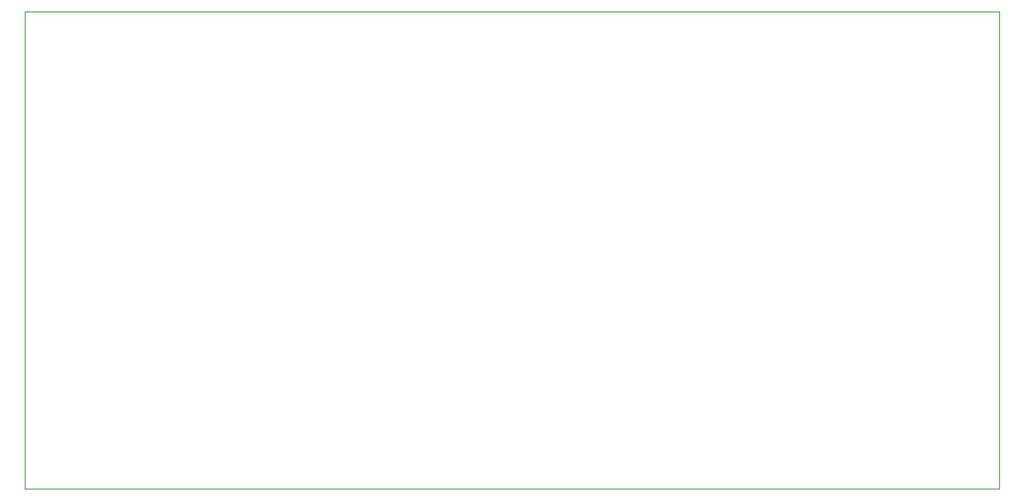
<source format=gbr>
%TF.GenerationSoftware,KiCad,Pcbnew,5.1.10*%
%TF.CreationDate,2021-07-04T18:49:20+02:00*%
%TF.ProjectId,tht-dip,7468742d-6469-4702-9e6b-696361645f70,rev?*%
%TF.SameCoordinates,Original*%
%TF.FileFunction,Profile,NP*%
%FSLAX46Y46*%
G04 Gerber Fmt 4.6, Leading zero omitted, Abs format (unit mm)*
G04 Created by KiCad (PCBNEW 5.1.10) date 2021-07-04 18:49:20*
%MOMM*%
%LPD*%
G01*
G04 APERTURE LIST*
%TA.AperFunction,Profile*%
%ADD10C,0.050000*%
%TD*%
G04 APERTURE END LIST*
D10*
X35000000Y-31000000D02*
X135000000Y-31000000D01*
X35000000Y-80000000D02*
X35000000Y-31000000D01*
X135000000Y-80000000D02*
X35000000Y-80000000D01*
X135000000Y-31000000D02*
X135000000Y-80000000D01*
M02*

</source>
